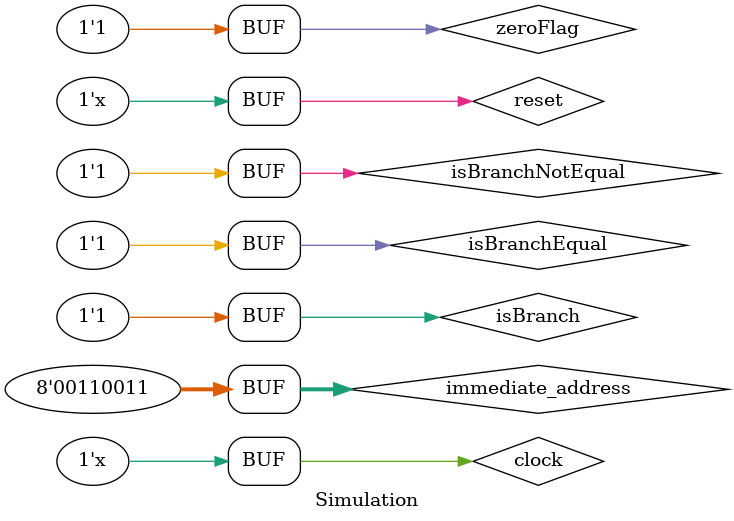
<source format=v>
`timescale 1ns / 1ps



module Simulation();
    

         
    /* PART1  -- Simulation of Register Line 
    reg [15:0] Input;
    reg line_select, clock, reset;
    wire [15:0] Output;
    
    register_line_module uut( Input, line_select, clock, reset, Output);
    
    initial begin
        clock = 1; reset = 0;
        Input = 16'd1512;   line_select = 0;   #50;
        Input = 16'd751;    line_select = 1;   #50;
        Input = 16'd30;     line_select = 1;   #50;
        Input = 16'd112;    line_select = 0;   #50;
        Input = 16'd113;    line_select = 1;   #50;
        Input = 16'd9145;   line_select = 1;   #50;
        Input = 16'd9112;   line_select = 1;   #50;
        Input = 16'd551;    line_select = 0;   #50;
        Input = 16'd13;     line_select = 1;   #50;
        Input = 16'd1;      line_select = 1;   #50;
        Input = 16'd11525;  line_select = 0;   #50;
        Input = 16'd151;    line_select = 1;   #50;
        Input = 16'd320;    line_select = 1;   #50;
        Input = 16'd1222;   line_select = 0;   #50;
        Input = 16'd113;    line_select = 1;   #50;
        Input = 16'd98;     line_select = 1;   #50;
        Input = 16'd91;     line_select = 1;   #50;
        Input = 16'd5554;   line_select = 1;   #50;
        Input = 16'd13;     line_select = 1;   #50;
        Input = 16'd8;      line_select = 1;   #50;        
    end
    always begin
        clock = ~clock; #25;
    end
    always begin
        reset = ~reset; #250;
    end
    */
    
    /* PART2 -- Simulation of Register File Module  
    
    reg [3:0] selA, selB, selWrite;
    reg [15:0] dataIn;
    reg reset, writeEnable, clock;
    wire [15:0] dataA;
    wire [15:0] dataB;
    
    register_file_module uut(selA, selB, selWrite, dataIn, reset, writeEnable, clock, dataA, dataB);
    initial begin
        clock = 1; reset = 0;
        dataIn = 16'd1512;    selA = 4'd1;   selB = 4'd1;   selWrite = 4'd1;   writeEnable = 1;   #50;
        dataIn = 16'd751;     selA = 4'd3;   selB = 4'd1;   selWrite = 4'd5;   writeEnable = 1;   #50;
        dataIn = 16'd30;      selA = 4'd1;   selB = 4'd5;   selWrite = 4'd12;  writeEnable = 1;   #50;
        dataIn = 16'd112;     selA = 4'd5;   selB = 4'd12;  selWrite = 4'd1;   writeEnable = 0;   #50;
        dataIn = 16'd113;     selA = 4'd1;   selB = 4'd3;   selWrite = 4'd3;   writeEnable = 1;   #50;
        dataIn = 16'd9145;    selA = 4'd1;   selB = 4'd5;   selWrite = 4'd6;   writeEnable = 1;   #50;
        dataIn = 16'd9112;    selA = 4'd1;   selB = 4'd6;   selWrite = 4'd7;   writeEnable = 1;   #50;
        dataIn = 16'd551;     selA = 4'd7;   selB = 4'd13;  selWrite = 4'd2;   writeEnable = 0;   #50;
        dataIn = 16'd13;      selA = 4'd3;   selB = 4'd2;   selWrite = 4'd13;  writeEnable = 1;   #50;
        dataIn = 16'd1;       selA = 4'd15;  selB = 4'd7;   selWrite = 4'd15;  writeEnable = 1;   #50;
        dataIn = 16'd11525;   selA = 4'd1;   selB = 4'd7;   selWrite = 4'd1;   writeEnable = 0;   #50;
        dataIn = 16'd151;     selA = 4'd2;   selB = 4'd11;  selWrite = 4'd2;   writeEnable = 1;   #50;
        dataIn = 16'd320;     selA = 4'd13;  selB = 4'd1;   selWrite = 4'd10;  writeEnable = 1;   #50;
        dataIn = 16'd1222;    selA = 4'd12;  selB = 4'd15;  selWrite = 4'd9;   writeEnable = 0;   #50;
        dataIn = 16'd113;     selA = 4'd13;  selB = 4'd3;   selWrite = 4'd7;   writeEnable = 1;   #50;
        dataIn = 16'd98;      selA = 4'd5;   selB = 4'd0;   selWrite = 4'd6;   writeEnable = 1;   #50;
        dataIn = 16'd91;      selA = 4'd10;  selB = 4'd10;  selWrite = 4'd10;  writeEnable = 1;   #50;
        dataIn = 16'd5554;    selA = 4'd5;   selB = 4'd11;  selWrite = 4'd11;  writeEnable = 1;   #50;
        dataIn = 16'd13;      selA = 4'd7;   selB = 4'd12;  selWrite = 4'd15;  writeEnable = 1;   #50;
        dataIn = 16'd8;       selA = 4'd9;   selB = 4'd3;   selWrite = 4'd13;  writeEnable = 1;   #50;    
    end
    always begin
        clock = ~clock; #25;
    end
    always begin
        reset = ~reset; #750;
    end
    */
    
    
    /* PART3 -- Simulation of ALU 
    reg [15:0] srcA, srcB;
    reg [2:0] Op;
    reg clock, reset;
    wire [15:0] dst;
    wire zeroFlag;    
    
    ALU uut(srcA, srcB, dst, Op, clock, reset, zeroFlag);
    
    initial begin
        clock = 1; reset = 0;
        srcA = 16'd12;    srcB = 16'd312;   Op = 3'd0;   #100;
        srcA = 16'd113;   srcB = 16'd12;    Op = 3'd1;   #100;
        srcA = 16'd151;   srcB = 16'd113;   Op = 3'd2;   #100;
        srcA = 16'd84;    srcB = 16'd84;    Op = 3'd3;   #100;
        srcA = 16'd95;    srcB = 16'd86;    Op = 3'd4;   #100;
        srcA = 16'd6;     srcB = 16'd62;    Op = 3'd5;   #100;
        srcA = 16'd56;    srcB = 16'd162;   Op = 3'd6;   #100;
        srcA = 16'd566;   srcB = 16'd8;     Op = 3'd7;   #100;
        srcA = 16'd32;    srcB = 16'd5163;  Op = 3'd3;   #100;
        srcA = 16'd5;     srcB = 16'd66;    Op = 3'd4;   #100;
        srcA = 16'd6411;  srcB = 16'd335;   Op = 3'd0;   #100;
    end
    always begin
        clock = ~clock;  #50;
    end
    always begin
        reset = ~reset;  #250;
    end
    */
    
    /* PART4 -- Simulation of Instruction Decoder 
    reg [15:0] instruction;
    wire [3:0] opcode, selWrite, selA, selB;
    wire [15:0] fourBitImmediate, eightBitImmediate;
    wire writeEnable, isLoad, isImmediate, isBranch;
    wire isBranchNotEqual,isBranchEqual;
    
    instruction_decoder uut(instruction, opcode, selWrite, 
        selA, selB, 
        fourBitImmediate, eightBitImmediate,
        writeEnable, isLoad, isImmediate, isBranch, 
        isBranchNotEqual, isBranchEqual);
    
    initial begin
        instruction = 16'b0000101110001001; #50;
        instruction = 16'b0001100100001101; #50;
        instruction = 16'b0010011110100011; #50;
        instruction = 16'b0011111101010101; #50;
        instruction = 16'b0100100110101010; #50;
        instruction = 16'b0101101011000111; #50;
        instruction = 16'b0110110010110000; #50;
        instruction = 16'b0111100101110000; #50;
        
        instruction = 16'b1000101010101000; #50;
        instruction = 16'b1001100101101110; #50;
        instruction = 16'b1010001010101101; #50;
        instruction = 16'b1011101010111111; #50;
        instruction = 16'b1100101011110100; #50;
        instruction = 16'b1101000111010101; #50;
        instruction = 16'b1110001010101011; #50;
        instruction = 16'b1111101111110010; #50;
        instruction = 16'b0000000000000000; #50;
    end
    */
    
    
    
    
    /* PART5 -- Simulation of Program Counter  */
    reg reset, clock;
    reg zeroFlag, isBranch, isBranchNotEqual, isBranchEqual;
    reg [7:0] immediate_address;
    wire [7:0] PC;
    
    program_counter uut(reset, clock, zeroFlag, isBranch, isBranchNotEqual, isBranchEqual, immediate_address, PC);
    
    initial begin
        clock = 1; reset = 0;
        zeroFlag = 0; isBranch = 0; isBranchNotEqual = 0; isBranchEqual = 0; immediate_address = 8'd0;   #100;
        zeroFlag = 0; isBranch = 0; isBranchNotEqual = 0; isBranchEqual = 0; immediate_address = 8'd13;  #100;
        zeroFlag = 0; isBranch = 1; isBranchNotEqual = 0; isBranchEqual = 0; immediate_address = 8'd86;  #100;
        zeroFlag = 0; isBranch = 1; isBranchNotEqual = 1; isBranchEqual = 1; immediate_address = 8'd9;   #100;
        zeroFlag = 1; isBranch = 1; isBranchNotEqual = 1; isBranchEqual = 1; immediate_address = 8'd100; #100;        
        zeroFlag = 0; isBranch = 1; isBranchNotEqual = 0; isBranchEqual = 0; immediate_address = 8'd56;  #100;
        zeroFlag = 0; isBranch = 0; isBranchNotEqual = 1; isBranchEqual = 0; immediate_address = 8'd15;  #100;
        zeroFlag = 0; isBranch = 1; isBranchNotEqual = 0; isBranchEqual = 0; immediate_address = 8'd86;  #100;
        zeroFlag = 0; isBranch = 1; isBranchNotEqual = 0; isBranchEqual = 1; immediate_address = 8'd13;  #100;
        zeroFlag = 1; isBranch = 1; isBranchNotEqual = 1; isBranchEqual = 1; immediate_address = 8'd51;  #100;
    
    end
    always begin
    clock = ~clock; #40;
    end
    always begin
    reset = ~reset; #400;
    end    
   
    
    
    /*    Part6    
    
    reg clock, reset;
    wire [15:0] INSTRUCTION, DATAA, DATAB, DST, SRCB;
    wire [7:0] PC;
    
    minicomputer uut( clock, reset, INSTRUCTION, DATAA, DATAB, DST, PC, SRCB);
    
    initial begin 
        clock = 1; reset = 0;
    end
    always begin 
        clock = ~clock; #100;
    end
    always begin
        reset = ~reset; #400;
    end
    */
endmodule









</source>
